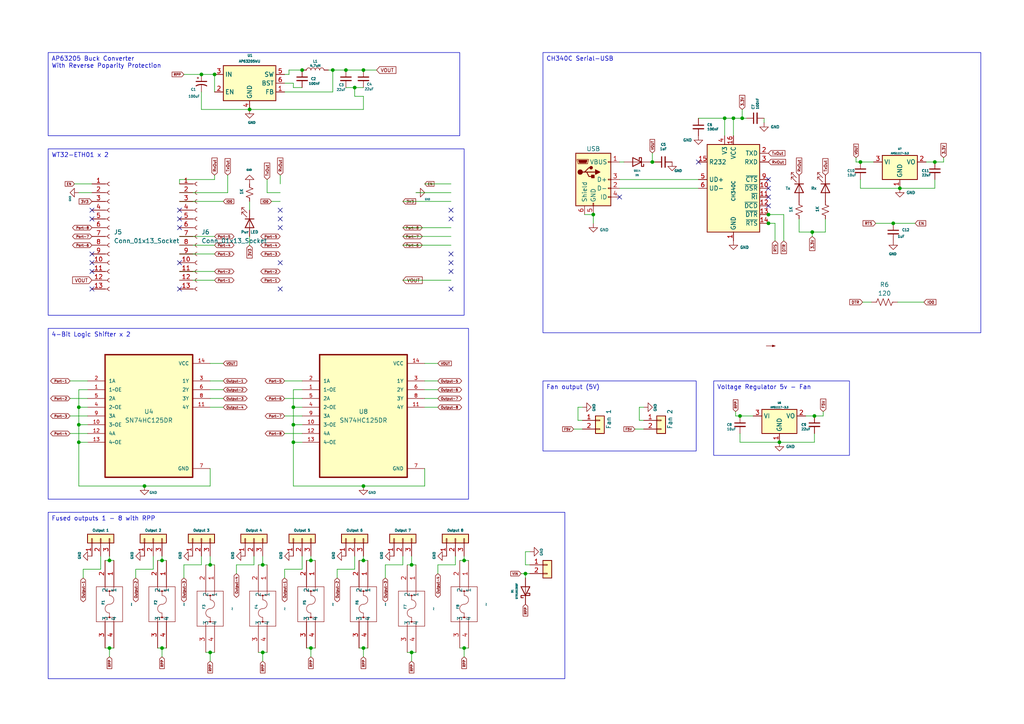
<source format=kicad_sch>
(kicad_sch (version 20230121) (generator eeschema)
  (paper "A4")
  (title_block (title "8-Output WT32-ETH01 Combination Board") (date "2023-10-20") (rev "1") (company "Creative xLights"))
  (lib_symbols
    (symbol "Connector:Conn_01x13_Socket" (pin_names (offset 1.016) hide)
      (property "Reference" "J" (at 0 17.78 0))
      (property "Value" "Conn_01x13_Socket" (at 0 -17.78 0))
      (symbol "Conn_01x13_Socket_1_1"
        (pin passive line (at -5.08 15.24 0) (length 3.81) (name "Pin_1") (number "1"))
        (pin passive line (at -5.08 -7.62 0) (length 3.81) (name "Pin_10") (number "10"))
        (pin passive line (at -5.08 -10.16 0) (length 3.81) (name "Pin_11") (number "11"))
        (pin passive line (at -5.08 -12.7 0) (length 3.81) (name "Pin_12") (number "12"))
        (pin passive line (at -5.08 -15.24 0) (length 3.81) (name "Pin_13") (number "13"))
        (pin passive line (at -5.08 12.7 0) (length 3.81) (name "Pin_2") (number "2"))
        (pin passive line (at -5.08 10.16 0) (length 3.81) (name "Pin_3") (number "3"))
        (pin passive line (at -5.08 7.62 0) (length 3.81) (name "Pin_4") (number "4"))
        (pin passive line (at -5.08 5.08 0) (length 3.81) (name "Pin_5") (number "5"))
        (pin passive line (at -5.08 2.54 0) (length 3.81) (name "Pin_6") (number "6"))
        (pin passive line (at -5.08 0 0) (length 3.81) (name "Pin_7") (number "7"))
        (pin passive line (at -5.08 -2.54 0) (length 3.81) (name "Pin_8") (number "8"))
        (pin passive line (at -5.08 -5.08 0) (length 3.81) (name "Pin_9") (number "9"))
      )
    )
    (symbol "Connector:USB_B_Micro" (pin_names (offset 1.016))
      (property "Reference" "J" (at -5.08 11.43 0))
      (property "Value" "USB_B_Micro" (at -5.08 8.89 0))
      (symbol "USB_B_Micro_1_1"
        (pin power_out line (at 7.62 5.08 180) (length 2.54) (name "VBUS") (number "1"))
        (pin bidirectional line (at 7.62 -2.54 180) (length 2.54) (name "D-") (number "2"))
        (pin bidirectional line (at 7.62 0 180) (length 2.54) (name "D+") (number "3"))
        (pin passive line (at 7.62 -5.08 180) (length 2.54) (name "ID") (number "4"))
        (pin power_out line (at 0 -10.16 90) (length 2.54) (name "GND") (number "5"))
        (pin passive line (at -2.54 -10.16 90) (length 2.54) (name "Shield") (number "6"))
      )
    )
    (symbol "Connector_Generic:Conn_01x02" (pin_names (offset 1.016) hide)
      (property "Reference" "J" (at 0 2.54 0))
      (property "Value" "Conn_01x02" (at 0 -5.08 0))
      (symbol "Conn_01x02_1_1"
        (pin passive line (at -5.08 0 0) (length 3.81) (name "Pin_1") (number "1"))
        (pin passive line (at -5.08 -2.54 0) (length 3.81) (name "Pin_2") (number "2"))
      )
    )
    (symbol "Connector_Generic:Conn_01x03" (pin_names (offset 1.016) hide)
      (property "Reference" "J" (at 0 5.08 0))
      (property "Value" "Conn_01x03" (at 0 -5.08 0))
      (symbol "Conn_01x03_1_1"
        (pin passive line (at -5.08 2.54 0) (length 3.81) (name "Pin_1") (number "1"))
        (pin passive line (at -5.08 0 0) (length 3.81) (name "Pin_2") (number "2"))
        (pin passive line (at -5.08 -2.54 0) (length 3.81) (name "Pin_3") (number "3"))
      )
    )
    (symbol "Device:C_Polarized_Small_US" (pin_numbers hide) (pin_names (offset 0.254) hide)
      (property "Reference" "C" (at 0.254 1.778 0))
      (property "Value" "C_Polarized_Small_US" (at 0.254 -2.032 0))
      (symbol "C_Polarized_Small_US_1_1"
        (pin passive line (at 0 2.54 270) (length 2.032) (name "~") (number "1"))
        (pin passive line (at 0 -2.54 90) (length 2.032) (name "~") (number "2"))
      )
    )
    (symbol "Device:C_Small" (pin_numbers hide) (pin_names (offset 0.254) hide)
      (property "Reference" "C" (at 0.254 1.778 0))
      (property "Value" "C_Small" (at 0.254 -2.032 0))
      (symbol "C_Small_1_1"
        (pin passive line (at 0 2.54 270) (length 2.032) (name "~") (number "1"))
        (pin passive line (at 0 -2.54 90) (length 2.032) (name "~") (number "2"))
      )
    )
    (symbol "Device:L" (pin_numbers hide) (pin_names (offset 1.016) hide)
      (property "Reference" "L" (at -1.27 0 90))
      (property "Value" "L" (at 1.905 0 90))
      (symbol "L_1_1"
        (pin passive line (at 0 3.81 270) (length 1.27) (name "1") (number "1"))
        (pin passive line (at 0 -3.81 90) (length 1.27) (name "2") (number "2"))
      )
    )
    (symbol "Device:LED" (pin_numbers hide) (pin_names (offset 1.016) hide)
      (property "Reference" "D" (at 0 2.54 0))
      (property "Value" "LED" (at 0 -2.54 0))
      (symbol "LED_1_1"
        (pin passive line (at -3.81 0 0) (length 2.54) (name "K") (number "1"))
        (pin passive line (at 3.81 0 180) (length 2.54) (name "A") (number "2"))
      )
    )
    (symbol "Device:R_Small_US" (pin_numbers hide) (pin_names (offset 0.254) hide)
      (property "Reference" "R" (at 0.762 0.508 0))
      (property "Value" "R_Small_US" (at 0.762 -1.016 0))
      (symbol "R_Small_US_1_1"
        (pin passive line (at 0 2.54 270) (length 1.016) (name "~") (number "1"))
        (pin passive line (at 0 -2.54 90) (length 1.016) (name "~") (number "2"))
      )
    )
    (symbol "Device:R_US" (pin_numbers hide) (pin_names (offset 0))
      (property "Reference" "R" (at 2.54 0 90))
      (property "Value" "R_US" (at -2.54 0 90))
      (symbol "R_US_1_1"
        (pin passive line (at 0 3.81 270) (length 1.27) (name "~") (number "1"))
        (pin passive line (at 0 -3.81 90) (length 1.27) (name "~") (number "2"))
      )
    )
    (symbol "Diode:1N5711UR" (pin_numbers hide) (pin_names (offset 1.016) hide)
      (property "Reference" "D" (at 0 2.54 0))
      (property "Value" "1N5711UR" (at 0 -2.54 0))
      (symbol "1N5711UR_1_1"
        (pin passive line (at -3.81 0 0) (length 2.54) (name "K") (number "1"))
        (pin passive line (at 3.81 0 180) (length 2.54) (name "A") (number "2"))
      )
    )
    (symbol "Graphic:SYM_Arrow_Tiny" (in_bom no) (on_board no))
    (symbol "Interface_USB:CH340C"
      (property "Reference" "U" (at -5.08 13.97 0))
      (property "Value" "CH340C" (at 1.27 13.97 0))
      (symbol "CH340C_1_1"
        (pin power_in line (at 0 -15.24 90) (length 2.54) (name "GND") (number "1"))
        (pin input line (at 10.16 0 180) (length 2.54) (name "~{DSR}") (number "10"))
        (pin input line (at 10.16 -2.54 180) (length 2.54) (name "~{RI}") (number "11"))
        (pin input line (at 10.16 -5.08 180) (length 2.54) (name "~{DCD}") (number "12"))
        (pin output line (at 10.16 -7.62 180) (length 2.54) (name "~{DTR}") (number "13"))
        (pin output line (at 10.16 -10.16 180) (length 2.54) (name "~{RTS}") (number "14"))
        (pin input line (at -10.16 7.62 0) (length 2.54) (name "R232") (number "15"))
        (pin power_in line (at 0 15.24 270) (length 2.54) (name "VCC") (number "16"))
        (pin output line (at 10.16 10.16 180) (length 2.54) (name "TXD") (number "2"))
        (pin input line (at 10.16 7.62 180) (length 2.54) (name "RXD") (number "3"))
        (pin passive line (at -2.54 15.24 270) (length 2.54) (name "V3") (number "4"))
        (pin bidirectional line (at -10.16 2.54 0) (length 2.54) (name "UD+") (number "5"))
        (pin bidirectional line (at -10.16 0 0) (length 2.54) (name "UD-") (number "6"))
        (pin no_connect line (at -7.62 -7.62 0) (length 2.54) hide (name "NC") (number "7"))
        (pin no_connect line (at -7.62 -10.16 0) (length 2.54) hide (name "NC") (number "8"))
        (pin input line (at 10.16 2.54 180) (length 2.54) (name "~{CTS}") (number "9"))
      )
    )
    (symbol "Regulator_Linear:AMS1117-3.3"
      (property "Reference" "U" (at -3.81 3.175 0))
      (property "Value" "AMS1117-3.3" (at 0 3.175 0))
      (symbol "AMS1117-3.3_1_1"
        (pin power_in line (at 0 -7.62 90) (length 2.54) (name "GND") (number "1"))
        (pin power_out line (at 7.62 0 180) (length 2.54) (name "VO") (number "2"))
        (pin power_in line (at -7.62 0 0) (length 2.54) (name "VI") (number "3"))
      )
    )
    (symbol "Regulator_Switching:AP63205WU"
      (property "Reference" "U" (at -7.62 6.35 0))
      (property "Value" "AP63205WU" (at 2.54 6.35 0))
      (symbol "AP63205WU_1_1"
        (pin input line (at 10.16 -2.54 180) (length 2.54) (name "FB") (number "1"))
        (pin input line (at -10.16 -2.54 0) (length 2.54) (name "EN") (number "2"))
        (pin power_in line (at -10.16 2.54 0) (length 2.54) (name "IN") (number "3"))
        (pin power_in line (at 0 -7.62 90) (length 2.54) (name "GND") (number "4"))
        (pin output line (at 10.16 2.54 180) (length 2.54) (name "SW") (number "5"))
        (pin passive line (at 10.16 0 180) (length 2.54) (name "BST") (number "6"))
      )
    )
    (symbol "SN74HC125DR:SN74HC125DR" (pin_names (offset 1.016))
      (property "Reference" "U" (at -12.7 18.78 0))
      (property "Value" "SN74HC125DR" (at -12.7 -21.78 0))
      (symbol "SN74HC125DR_0_0"
        (pin input line (at -17.78 7.62 0) (length 5.08) (name "1~OE") (number "1"))
        (pin input line (at -17.78 -2.54 0) (length 5.08) (name "3~OE") (number "10"))
        (pin output line (at 17.78 2.54 180) (length 5.08) (name "4Y") (number "11"))
        (pin input line (at -17.78 -5.08 0) (length 5.08) (name "4A") (number "12"))
        (pin input line (at -17.78 -7.62 0) (length 5.08) (name "4~OE") (number "13"))
        (pin power_in line (at 17.78 15.24 180) (length 5.08) (name "VCC") (number "14"))
        (pin input line (at -17.78 10.16 0) (length 5.08) (name "1A") (number "2"))
        (pin output line (at 17.78 10.16 180) (length 5.08) (name "1Y") (number "3"))
        (pin input line (at -17.78 2.54 0) (length 5.08) (name "2~OE") (number "4"))
        (pin input line (at -17.78 5.08 0) (length 5.08) (name "2A") (number "5"))
        (pin output line (at 17.78 7.62 180) (length 5.08) (name "2Y") (number "6"))
        (pin power_in line (at 17.78 -15.24 180) (length 5.08) (name "GND") (number "7"))
        (pin output line (at 17.78 5.08 180) (length 5.08) (name "3Y") (number "8"))
        (pin input line (at -17.78 0 0) (length 5.08) (name "3A") (number "9"))
      )
    )
    (symbol "WT32-ETH-Fuse-Symb:MCCQ-122" (pin_names (offset 0.254))
      (property "Reference" "F" (at 12.7 7.62 0))
      (property "Value" "MCCQ-122" (at 12.7 5.08 0))
      (symbol "MCCQ-122_0_1"
        (pin unspecified line (at 0 0 0) (length 7.62) (name "1") (number "1"))
        (pin unspecified line (at 0 -2.54 0) (length 7.62) (name "2") (number "2"))
        (pin unspecified line (at 25.4 -2.54 180) (length 7.62) (name "3") (number "3"))
        (pin unspecified line (at 25.4 0 180) (length 7.62) (name "4") (number "4"))
      )
    )
    (symbol "power:GND" (power) (pin_names (offset 0))
      (property "Value" "GND" (at 0 -3.81 0))
      (symbol "GND_1_1"
        (pin power_in line (at 0 0 270) (length 0) hide (name "GND") (number "1"))
      )
    )
  )
  (junction (at 60.96 163.83))
  (junction (at 235.585 67.31))
  (junction (at 31.75 187.96))
  (junction (at 259.08 64.77))
  (junction (at 60.96 189.23))
  (junction (at 22.86 123.19))
  (junction (at 210.185 34.29))
  (junction (at 105.41 162.56))
  (junction (at 222.885 64.77))
  (junction (at 22.86 118.11))
  (junction (at 90.17 187.96))
  (junction (at 105.41 20.32))
  (junction (at 152.4 166.37))
  (junction (at 31.75 162.56))
  (junction (at 96.52 20.32))
  (junction (at 72.39 31.75))
  (junction (at 76.2 163.83))
  (junction (at 189.2035 46.99))
  (junction (at 236.22 120.65))
  (junction (at 46.99 162.56))
  (junction (at 62.23 21.59))
  (junction (at 85.09 128.27))
  (junction (at 249.555 46.99))
  (junction (at 46.99 187.96))
  (junction (at 172.085 62.23))
  (junction (at 85.09 118.11))
  (junction (at 105.41 187.96))
  (junction (at 85.09 123.19))
  (junction (at 41.91 140.97))
  (junction (at 58.42 21.59))
  (junction (at 134.62 187.96))
  (junction (at 90.17 162.56))
  (junction (at 212.725 34.29))
  (junction (at 222.885 62.23))
  (junction (at 87.63 20.32))
  (junction (at 76.2 189.23))
  (junction (at 226.06 128.27))
  (junction (at 215.265 34.29))
  (junction (at 102.87 25.4))
  (junction (at 260.985 54.61))
  (junction (at 105.41 140.97))
  (junction (at 119.38 163.83))
  (junction (at 22.86 128.27))
  (junction (at 119.38 189.23))
  (junction (at 100.33 20.32))
  (junction (at 214.63 120.65))
  (junction (at 134.62 162.56))
  (junction (at 271.145 46.99))
  (no_connect (at 26.67 63.5))
  (no_connect (at 130.81 76.2))
  (no_connect (at 130.81 78.74))
  (no_connect (at 26.67 73.66))
  (no_connect (at 52.07 66.04))
  (no_connect (at 52.07 76.2))
  (no_connect (at 130.81 63.5))
  (no_connect (at 179.705 57.15))
  (no_connect (at 26.67 76.2))
  (no_connect (at 202.565 46.99))
  (no_connect (at 81.28 63.5))
  (no_connect (at 222.885 57.15))
  (no_connect (at 52.07 83.82))
  (no_connect (at 52.07 63.5))
  (no_connect (at 26.67 60.96))
  (no_connect (at 130.81 73.66))
  (no_connect (at 81.28 60.96))
  (no_connect (at 222.885 54.61))
  (no_connect (at 81.28 76.2))
  (no_connect (at 130.81 83.82))
  (no_connect (at 26.67 83.82))
  (no_connect (at 222.885 52.07))
  (no_connect (at 130.81 60.96))
  (no_connect (at 52.07 60.96))
  (no_connect (at 81.28 83.82))
  (no_connect (at 26.67 78.74))
  (no_connect (at 81.28 66.04))
  (no_connect (at 222.885 59.69))
  (wire (pts (xy 77.47 52.07) (xy 77.47 55.88)))
  (wire (pts (xy 82.55 24.13) (xy 85.09 24.13)))
  (wire (pts (xy 123.19 113.03) (xy 127 113.03)))
  (wire (pts (xy 85.09 24.13) (xy 85.09 25.4)))
  (wire (pts (xy 104.14 162.56) (xy 105.41 162.56)))
  (wire (pts (xy 45.72 187.96) (xy 46.99 187.96)))
  (wire (pts (xy 87.63 161.29) (xy 87.63 165.1)))
  (wire (pts (xy 39.37 165.1) (xy 39.37 167.64)))
  (wire (pts (xy 72.39 68.58) (xy 72.39 71.12)))
  (wire (pts (xy 85.09 118.11) (xy 85.09 123.19)))
  (wire (pts (xy 82.55 165.1) (xy 82.55 167.64)))
  (wire (pts (xy 90.17 187.96) (xy 90.17 190.5)))
  (wire (pts (xy 104.14 187.96) (xy 105.41 187.96)))
  (wire (pts (xy 179.705 46.99) (xy 180.975 46.99)))
  (wire (pts (xy 90.17 161.29) (xy 90.17 162.56)))
  (wire (pts (xy 22.86 123.19) (xy 25.4 123.19)))
  (wire (pts (xy 222.885 62.23) (xy 227.33 62.23)))
  (wire (pts (xy 134.62 162.56) (xy 135.89 162.56)))
  (wire (pts (xy 172.085 62.23) (xy 169.545 62.23)))
  (wire (pts (xy 123.19 105.41) (xy 127 105.41)))
  (wire (pts (xy 76.2 189.23) (xy 76.2 191.77)))
  (wire (pts (xy 60.96 110.49) (xy 64.77 110.49)))
  (wire (pts (xy 260.35 87.63) (xy 267.97 87.63)))
  (wire (pts (xy 221.615 34.29) (xy 221.615 35.56)))
  (wire (pts (xy 134.62 187.96) (xy 135.89 187.96)))
  (wire (pts (xy 105.41 187.96) (xy 105.41 190.5)))
  (wire (pts (xy 102.87 25.4) (xy 105.41 25.4)))
  (wire (pts (xy 166.37 124.46) (xy 168.91 124.46)))
  (wire (pts (xy 87.63 165.1) (xy 82.55 165.1)))
  (wire (pts (xy 85.09 123.19) (xy 87.63 123.19)))
  (wire (pts (xy 46.99 187.96) (xy 46.99 190.5)))
  (wire (pts (xy 233.68 120.65) (xy 236.22 120.65)))
  (wire (pts (xy 60.96 135.89) (xy 60.96 140.97)))
  (wire (pts (xy 226.06 128.27) (xy 236.22 128.27)))
  (wire (pts (xy 102.87 165.1) (xy 97.79 165.1)))
  (wire (pts (xy 52.07 55.88) (xy 66.04 55.88)))
  (wire (pts (xy 53.34 163.83) (xy 53.34 167.64)))
  (wire (pts (xy 105.41 20.32) (xy 109.22 20.32)))
  (wire (pts (xy 185.42 121.92) (xy 185.42 118.11)))
  (wire (pts (xy 210.185 34.29) (xy 210.185 39.37)))
  (wire (pts (xy 52.07 81.28) (xy 62.23 81.28)))
  (wire (pts (xy 185.42 121.92) (xy 186.69 121.92)))
  (wire (pts (xy 167.64 118.11) (xy 168.91 118.11)))
  (wire (pts (xy 179.705 52.07) (xy 202.565 52.07)))
  (wire (pts (xy 118.11 189.23) (xy 119.38 189.23)))
  (wire (pts (xy 123.19 135.89) (xy 123.19 140.97)))
  (wire (pts (xy 185.42 118.11) (xy 186.69 118.11)))
  (wire (pts (xy 26.67 55.88) (xy 22.86 55.88)))
  (wire (pts (xy 105.41 162.56) (xy 106.68 162.56)))
  (wire (pts (xy 215.265 34.29) (xy 216.535 34.29)))
  (wire (pts (xy 82.55 115.57) (xy 87.63 115.57)))
  (wire (pts (xy 66.04 50.8) (xy 66.04 55.88)))
  (wire (pts (xy 96.52 20.32) (xy 100.33 20.32)))
  (wire (pts (xy 235.585 67.31) (xy 235.585 68.58)))
  (wire (pts (xy 105.41 161.29) (xy 105.41 162.56)))
  (wire (pts (xy 249.555 46.99) (xy 253.365 46.99)))
  (wire (pts (xy 82.55 125.73) (xy 87.63 125.73)))
  (wire (pts (xy 60.96 118.11) (xy 64.77 118.11)))
  (wire (pts (xy 53.34 21.59) (xy 58.42 21.59)))
  (wire (pts (xy 212.725 39.37) (xy 212.725 34.29)))
  (wire (pts (xy 105.41 140.97) (xy 123.19 140.97)))
  (wire (pts (xy 72.39 31.75) (xy 105.41 31.75)))
  (wire (pts (xy 167.64 121.92) (xy 167.64 118.11)))
  (wire (pts (xy 214.63 128.27) (xy 226.06 128.27)))
  (wire (pts (xy 102.87 161.29) (xy 102.87 165.1)))
  (wire (pts (xy 271.145 46.99) (xy 273.685 46.99)))
  (wire (pts (xy 58.42 26.67) (xy 58.42 31.75)))
  (wire (pts (xy 213.36 119.38) (xy 213.36 120.65)))
  (wire (pts (xy 72.39 58.42) (xy 72.39 60.96)))
  (wire (pts (xy 22.86 128.27) (xy 25.4 128.27)))
  (wire (pts (xy 60.96 189.23) (xy 60.96 191.77)))
  (wire (pts (xy 224.79 64.77) (xy 224.79 69.85)))
  (wire (pts (xy 85.09 128.27) (xy 87.63 128.27)))
  (wire (pts (xy 52.07 68.58) (xy 62.23 68.58)))
  (wire (pts (xy 214.63 120.65) (xy 218.44 120.65)))
  (wire (pts (xy 81.28 50.8) (xy 81.28 53.34)))
  (wire (pts (xy 60.96 105.41) (xy 64.77 105.41)))
  (wire (pts (xy 123.19 115.57) (xy 127 115.57)))
  (wire (pts (xy 22.86 113.03) (xy 22.86 118.11)))
  (wire (pts (xy 227.33 62.23) (xy 227.33 69.85)))
  (wire (pts (xy 133.35 187.96) (xy 134.62 187.96)))
  (wire (pts (xy 260.985 54.61) (xy 271.145 54.61)))
  (wire (pts (xy 119.38 189.23) (xy 119.38 191.77)))
  (wire (pts (xy 152.4 163.83) (xy 153.67 163.83)))
  (wire (pts (xy 85.09 118.11) (xy 87.63 118.11)))
  (wire (pts (xy 74.93 163.83) (xy 76.2 163.83)))
  (wire (pts (xy 127 163.83) (xy 127 166.37)))
  (wire (pts (xy 46.99 162.56) (xy 48.26 162.56)))
  (wire (pts (xy 130.81 55.88) (xy 120.65 55.88)))
  (wire (pts (xy 20.32 110.49) (xy 25.4 110.49)))
  (wire (pts (xy 90.17 187.96) (xy 91.44 187.96)))
  (wire (pts (xy 130.81 53.34) (xy 123.19 53.34)))
  (wire (pts (xy 231.775 63.5) (xy 231.775 67.31)))
  (wire (pts (xy 100.33 25.4) (xy 102.87 25.4)))
  (wire (pts (xy 132.08 161.29) (xy 132.08 163.83)))
  (wire (pts (xy 151.13 166.37) (xy 152.4 166.37)))
  (wire (pts (xy 83.82 21.59) (xy 83.82 20.32)))
  (wire (pts (xy 58.42 163.83) (xy 53.34 163.83)))
  (wire (pts (xy 20.32 120.65) (xy 25.4 120.65)))
  (wire (pts (xy 24.13 165.1) (xy 24.13 167.64)))
  (wire (pts (xy 85.09 113.03) (xy 85.09 118.11)))
  (wire (pts (xy 90.17 162.56) (xy 91.44 162.56)))
  (wire (pts (xy 189.2035 46.99) (xy 189.865 46.99)))
  (wire (pts (xy 152.4 167.64) (xy 152.4 166.37)))
  (wire (pts (xy 102.87 27.94) (xy 105.41 27.94)))
  (wire (pts (xy 62.23 52.07) (xy 62.23 50.8)))
  (wire (pts (xy 76.2 161.29) (xy 76.2 163.83)))
  (wire (pts (xy 30.48 162.56) (xy 31.75 162.56)))
  (wire (pts (xy 82.55 26.67) (xy 96.52 26.67)))
  (wire (pts (xy 82.55 120.65) (xy 87.63 120.65)))
  (wire (pts (xy 87.63 113.03) (xy 85.09 113.03)))
  (wire (pts (xy 152.4 163.83) (xy 152.4 160.02)))
  (wire (pts (xy 119.38 163.83) (xy 120.65 163.83)))
  (wire (pts (xy 68.58 163.83) (xy 68.58 166.37)))
  (wire (pts (xy 105.41 31.75) (xy 105.41 27.94)))
  (wire (pts (xy 85.09 128.27) (xy 85.09 140.97)))
  (wire (pts (xy 235.585 67.31) (xy 239.395 67.31)))
  (wire (pts (xy 82.55 21.59) (xy 83.82 21.59)))
  (wire (pts (xy 271.145 54.61) (xy 271.145 52.07)))
  (wire (pts (xy 95.25 20.32) (xy 96.52 20.32)))
  (wire (pts (xy 123.19 118.11) (xy 127 118.11)))
  (wire (pts (xy 74.93 189.23) (xy 76.2 189.23)))
  (wire (pts (xy 60.96 163.83) (xy 62.23 163.83)))
  (wire (pts (xy 76.2 163.83) (xy 77.47 163.83)))
  (wire (pts (xy 52.07 71.12) (xy 62.23 71.12)))
  (wire (pts (xy 130.81 68.58) (xy 116.84 68.58)))
  (wire (pts (xy 152.4 166.37) (xy 153.67 166.37)))
  (wire (pts (xy 236.22 128.27) (xy 236.22 125.73)))
  (wire (pts (xy 100.33 20.32) (xy 105.41 20.32)))
  (wire (pts (xy 188.595 46.99) (xy 189.2035 46.99)))
  (wire (pts (xy 58.42 21.59) (xy 62.23 21.59)))
  (wire (pts (xy 231.775 67.31) (xy 235.585 67.31)))
  (wire (pts (xy 239.395 67.31) (xy 239.395 63.5)))
  (wire (pts (xy 212.725 34.29) (xy 215.265 34.29)))
  (wire (pts (xy 236.22 120.65) (xy 238.76 120.65)))
  (wire (pts (xy 97.79 165.1) (xy 97.79 167.64)))
  (wire (pts (xy 111.76 163.83) (xy 111.76 167.64)))
  (wire (pts (xy 132.08 163.83) (xy 127 163.83)))
  (wire (pts (xy 31.75 187.96) (xy 33.02 187.96)))
  (wire (pts (xy 82.55 110.49) (xy 87.63 110.49)))
  (wire (pts (xy 44.45 165.1) (xy 39.37 165.1)))
  (wire (pts (xy 29.21 161.29) (xy 29.21 165.1)))
  (wire (pts (xy 59.69 189.23) (xy 60.96 189.23)))
  (wire (pts (xy 52.07 58.42) (xy 64.77 58.42)))
  (wire (pts (xy 222.25 64.77) (xy 222.885 64.77)))
  (wire (pts (xy 249.555 52.07) (xy 249.555 54.61)))
  (wire (pts (xy 268.605 46.99) (xy 271.145 46.99)))
  (wire (pts (xy 167.64 121.92) (xy 168.91 121.92)))
  (wire (pts (xy 85.09 25.4) (xy 87.63 25.4)))
  (wire (pts (xy 31.75 162.56) (xy 33.02 162.56)))
  (wire (pts (xy 215.265 31.75) (xy 215.265 34.29)))
  (wire (pts (xy 213.36 120.65) (xy 214.63 120.65)))
  (wire (pts (xy 52.07 52.07) (xy 52.07 53.34)))
  (wire (pts (xy 214.63 125.73) (xy 214.63 128.27)))
  (wire (pts (xy 76.2 189.23) (xy 77.47 189.23)))
  (wire (pts (xy 273.685 45.72) (xy 273.685 46.99)))
  (wire (pts (xy 20.32 125.73) (xy 25.4 125.73)))
  (wire (pts (xy 45.72 162.56) (xy 46.99 162.56)))
  (wire (pts (xy 78.74 58.42) (xy 81.28 58.42)))
  (wire (pts (xy 52.07 73.66) (xy 62.23 73.66)))
  (wire (pts (xy 46.99 161.29) (xy 46.99 162.56)))
  (wire (pts (xy 60.96 161.29) (xy 60.96 163.83)))
  (wire (pts (xy 85.09 140.97) (xy 105.41 140.97)))
  (wire (pts (xy 119.38 161.29) (xy 119.38 163.83)))
  (wire (pts (xy 60.96 113.03) (xy 64.77 113.03)))
  (wire (pts (xy 58.42 161.29) (xy 58.42 163.83)))
  (wire (pts (xy 41.91 140.97) (xy 22.86 140.97)))
  (wire (pts (xy 130.81 81.28) (xy 116.84 81.28)))
  (wire (pts (xy 88.9 187.96) (xy 90.17 187.96)))
  (wire (pts (xy 254 64.77) (xy 259.08 64.77)))
  (wire (pts (xy 222.885 64.77) (xy 224.79 64.77)))
  (wire (pts (xy 152.4 160.02) (xy 153.67 160.02)))
  (wire (pts (xy 21.59 53.34) (xy 26.67 53.34)))
  (wire (pts (xy 59.69 163.83) (xy 60.96 163.83)))
  (wire (pts (xy 58.42 31.75) (xy 72.39 31.75)))
  (wire (pts (xy 179.705 54.61) (xy 202.565 54.61)))
  (wire (pts (xy 259.08 64.77) (xy 265.43 64.77)))
  (wire (pts (xy 130.81 66.04) (xy 116.84 66.04)))
  (wire (pts (xy 81.28 55.88) (xy 77.47 55.88)))
  (wire (pts (xy 248.285 46.99) (xy 249.555 46.99)))
  (wire (pts (xy 130.81 71.12) (xy 116.84 71.12)))
  (wire (pts (xy 249.555 54.61) (xy 260.985 54.61)))
  (wire (pts (xy 44.45 161.29) (xy 44.45 165.1)))
  (wire (pts (xy 22.86 128.27) (xy 22.86 140.97)))
  (wire (pts (xy 105.41 187.96) (xy 106.68 187.96)))
  (wire (pts (xy 46.99 187.96) (xy 48.26 187.96)))
  (wire (pts (xy 118.11 163.83) (xy 119.38 163.83)))
  (wire (pts (xy 119.38 189.23) (xy 120.65 189.23)))
  (wire (pts (xy 250.19 87.63) (xy 252.73 87.63)))
  (wire (pts (xy 202.565 34.29) (xy 210.185 34.29)))
  (wire (pts (xy 62.23 21.59) (xy 62.23 26.67)))
  (wire (pts (xy 25.4 113.03) (xy 22.86 113.03)))
  (wire (pts (xy 116.84 163.83) (xy 111.76 163.83)))
  (wire (pts (xy 83.82 20.32) (xy 87.63 20.32)))
  (wire (pts (xy 22.86 123.19) (xy 22.86 128.27)))
  (wire (pts (xy 96.52 26.67) (xy 96.52 20.32)))
  (wire (pts (xy 29.21 165.1) (xy 24.13 165.1)))
  (wire (pts (xy 123.19 110.49) (xy 127 110.49)))
  (wire (pts (xy 22.86 118.11) (xy 25.4 118.11)))
  (wire (pts (xy 189.2035 44.3664) (xy 189.2035 46.99)))
  (wire (pts (xy 134.62 187.96) (xy 134.62 190.5)))
  (wire (pts (xy 31.75 161.29) (xy 31.75 162.56)))
  (wire (pts (xy 210.185 34.29) (xy 212.725 34.29)))
  (wire (pts (xy 88.9 162.56) (xy 90.17 162.56)))
  (wire (pts (xy 22.86 118.11) (xy 22.86 123.19)))
  (wire (pts (xy 31.75 187.96) (xy 31.75 190.5)))
  (wire (pts (xy 85.09 123.19) (xy 85.09 128.27)))
  (wire (pts (xy 134.62 161.29) (xy 134.62 162.56)))
  (wire (pts (xy 116.84 161.29) (xy 116.84 163.83)))
  (wire (pts (xy 52.07 52.07) (xy 62.23 52.07)))
  (wire (pts (xy 73.66 161.29) (xy 73.66 163.83)))
  (wire (pts (xy 133.35 162.56) (xy 134.62 162.56)))
  (wire (pts (xy 60.96 189.23) (xy 62.23 189.23)))
  (wire (pts (xy 60.96 115.57) (xy 64.77 115.57)))
  (wire (pts (xy 238.76 119.38) (xy 238.76 120.65)))
  (wire (pts (xy 102.87 27.94) (xy 102.87 25.4)))
  (wire (pts (xy 73.66 163.83) (xy 68.58 163.83)))
  (wire (pts (xy 60.96 140.97) (xy 41.91 140.97)))
  (wire (pts (xy 248.285 45.72) (xy 248.285 46.99)))
  (wire (pts (xy 130.81 58.42) (xy 116.84 58.42)))
  (wire (pts (xy 20.32 115.57) (xy 25.4 115.57)))
  (wire (pts (xy 184.15 124.46) (xy 186.69 124.46)))
  (wire (pts (xy 52.07 78.74) (xy 62.23 78.74)))
  (wire (pts (xy 30.48 187.96) (xy 31.75 187.96)))
  (wire (pts (xy 222.25 62.23) (xy 222.885 62.23)))
  (wire (pts (xy 172.085 64.77) (xy 172.085 62.23)))
  (text_box "AP63205 Buck Converter\nWith Reverse Poparity Protection" (at 13.97 15.24 0) (size 119.38 24.13) (effects (font (size 1.27 1.27)) (justify left top)))
  (text_box "4-Bit Logic Shifter x 2" (at 13.97 95.25 0) (size 121.92 49.53) (effects (font (size 1.27 1.27)) (justify left top)))
  (text_box "Voltage Regulator 5v - Fan" (at 207.01 110.49 0) (size 39.37 21.59) (effects (font (size 1.27 1.27)) (justify left top)))
  (text_box "CH340C Serial-USB" (at 157.48 15.24 0) (size 127 81.28) (effects (font (size 1.27 1.27)) (justify left top)))
  (text_box "WT32-ETH01 x 2" (at 13.97 43.18 0) (size 120.65 48.26) (effects (font (size 1.27 1.27)) (justify left top)))
  (text_box "Fused outputs 1 - 8 with RPP" (at 13.97 148.59 0) (size 149.86 48.26) (effects (font (size 1.27 1.27)) (justify left top)))
  (text_box "Fan output (5V)" (at 157.48 110.49 0) (size 44.45 20.32) (effects (font (size 1.27 1.27)) (justify left top)))
  (global_label "RTS" (shape input) (at 224.79 69.85 270) (effects (font (size 0.8 0.8))) (property "Intersheetrefs" "${INTERSHEET_REFS}" (effects hide)))
  (global_label "Port-8" (shape bidirectional) (at 26.67 66.04 180) (effects (font (size 0.7 0.7))) (property "Intersheetrefs" "${INTERSHEET_REFS}" (effects hide)))
  (global_label "Port-5" (shape bidirectional) (at 62.23 68.58 0) (effects (font (size 0.7 0.7))) (property "Intersheetrefs" "${INTERSHEET_REFS}" (effects hide)))
  (global_label "3V3" (shape input) (at 26.67 58.42 180) (effects (font (size 0.8 0.8))) (property "Intersheetrefs" "${INTERSHEET_REFS}" (effects hide)))
  (global_label "Port-5" (shape bidirectional) (at 81.28 68.58 180) (effects (font (size 0.7 0.7))) (property "Intersheetrefs" "${INTERSHEET_REFS}" (effects hide)))
  (global_label "Port-7" (shape bidirectional) (at 26.67 68.58 180) (effects (font (size 0.7 0.7))) (property "Intersheetrefs" "${INTERSHEET_REFS}" (effects hide)))
  (global_label "Port-6" (shape bidirectional) (at 116.84 71.12 0) (effects (font (size 0.7 0.7))) (property "Intersheetrefs" "${INTERSHEET_REFS}" (effects hide)))
  (global_label "Port-3" (shape bidirectional) (at 20.32 120.65 180) (effects (font (size 0.7 0.7))) (property "Intersheetrefs" "${INTERSHEET_REFS}" (effects hide)))
  (global_label "Port-3" (shape bidirectional) (at 62.23 73.66 0) (effects (font (size 0.7 0.7))) (property "Intersheetrefs" "${INTERSHEET_REFS}" (effects hide)))
  (global_label "Port-6" (shape bidirectional) (at 26.67 71.12 180) (effects (font (size 0.7 0.7))) (property "Intersheetrefs" "${INTERSHEET_REFS}" (effects hide)))
  (global_label "Port-4" (shape bidirectional) (at 20.32 125.73 180) (effects (font (size 0.7 0.7))) (property "Intersheetrefs" "${INTERSHEET_REFS}" (effects hide)))
  (global_label "VOUT" (shape input) (at 116.84 81.28 0) (effects (font (size 1 1))) (property "Intersheetrefs" "${INTERSHEET_REFS}" (effects hide)))
  (global_label "TxOut" (shape input) (at 222.885 44.45 0) (effects (font (size 0.8 0.8))) (property "Intersheetrefs" "${INTERSHEET_REFS}" (effects hide)))
  (global_label "Output-7" (shape bidirectional) (at 127 115.57 0) (effects (font (size 0.7 0.7))) (property "Intersheetrefs" "${INTERSHEET_REFS}" (effects hide)))
  (global_label "F5V" (shape input) (at 238.76 119.38 90) (effects (font (size 0.8 0.8))) (property "Intersheetrefs" "${INTERSHEET_REFS}" (effects hide)))
  (global_label "DTR" (shape input) (at 227.33 69.85 270) (effects (font (size 0.8 0.8))) (property "Intersheetrefs" "${INTERSHEET_REFS}" (effects hide)))
  (global_label "RPP" (shape input) (at 53.34 21.59 180) (effects (font (size 0.7 0.7))) (property "Intersheetrefs" "${INTERSHEET_REFS}" (effects hide)))
  (global_label "Output-5" (shape bidirectional) (at 127 110.49 0) (effects (font (size 0.7 0.7))) (property "Intersheetrefs" "${INTERSHEET_REFS}" (effects hide)))
  (global_label "EN" (shape input) (at 21.59 53.34 180) (effects (font (size 0.7 0.7))) (property "Intersheetrefs" "${INTERSHEET_REFS}" (effects hide)))
  (global_label "Port-2" (shape bidirectional) (at 62.23 78.74 0) (effects (font (size 0.7 0.7))) (property "Intersheetrefs" "${INTERSHEET_REFS}" (effects hide)))
  (global_label "Port-2" (shape bidirectional) (at 20.32 115.57 180) (effects (font (size 0.7 0.7))) (property "Intersheetrefs" "${INTERSHEET_REFS}" (effects hide)))
  (global_label "Output-4" (shape bidirectional) (at 127 166.37 270) (effects (font (size 0.7 0.7))) (property "Intersheetrefs" "${INTERSHEET_REFS}" (effects hide)))
  (global_label "TxOut" (shape input) (at 77.47 52.07 90) (effects (font (size 0.8 0.8))) (property "Intersheetrefs" "${INTERSHEET_REFS}" (effects hide)))
  (global_label "3V3" (shape input) (at 116.84 58.42 0) (effects (font (size 0.8 0.8))) (property "Intersheetrefs" "${INTERSHEET_REFS}" (effects hide)))
  (global_label "Output-1" (shape bidirectional) (at 82.55 167.64 270) (effects (font (size 0.7 0.7))) (property "Intersheetrefs" "${INTERSHEET_REFS}" (effects hide)))
  (global_label "Output-2" (shape bidirectional) (at 39.37 167.64 270) (effects (font (size 0.7 0.7))) (property "Intersheetrefs" "${INTERSHEET_REFS}" (effects hide)))
  (global_label "VOUT" (shape input) (at 26.67 81.28 180) (effects (font (size 1 1))) (property "Intersheetrefs" "${INTERSHEET_REFS}" (effects hide)))
  (global_label "IO0" (shape input) (at 78.74 58.42 180) (effects (font (size 0.7 0.7))) (property "Intersheetrefs" "${INTERSHEET_REFS}" (effects hide)))
  (global_label "RTS" (shape input) (at 254 64.77 180) (effects (font (size 0.8 0.8))) (property "Intersheetrefs" "${INTERSHEET_REFS}" (effects hide)))
  (global_label "RPP" (shape input) (at 105.41 190.5 270) (effects (font (size 0.7 0.7))) (property "Intersheetrefs" "${INTERSHEET_REFS}" (effects hide)))
  (global_label "Output-3" (shape bidirectional) (at 111.76 167.64 270) (effects (font (size 0.7 0.7))) (property "Intersheetrefs" "${INTERSHEET_REFS}" (effects hide)))
  (global_label "3V3" (shape input) (at 72.39 71.12 270) (effects (font (size 0.8 0.8))) (property "Intersheetrefs" "${INTERSHEET_REFS}" (effects hide)))
  (global_label "VOUT" (shape input) (at 248.285 45.72 90) (effects (font (size 0.7 0.7))) (property "Intersheetrefs" "${INTERSHEET_REFS}" (effects hide)))
  (global_label "Output-6" (shape bidirectional) (at 127 113.03 0) (effects (font (size 0.7 0.7))) (property "Intersheetrefs" "${INTERSHEET_REFS}" (effects hide)))
  (global_label "Port-7" (shape bidirectional) (at 116.84 68.58 0) (effects (font (size 0.7 0.7))) (property "Intersheetrefs" "${INTERSHEET_REFS}" (effects hide)))
  (global_label "IO0" (shape input) (at 267.97 87.63 0) (effects (font (size 0.8 0.8))) (property "Intersheetrefs" "${INTERSHEET_REFS}" (effects hide)))
  (global_label "RPP" (shape input) (at 31.75 190.5 270) (effects (font (size 0.7 0.7))) (property "Intersheetrefs" "${INTERSHEET_REFS}" (effects hide)))
  (global_label "Output-3" (shape bidirectional) (at 53.34 167.64 270) (effects (font (size 0.7 0.7))) (property "Intersheetrefs" "${INTERSHEET_REFS}" (effects hide)))
  (global_label "Port-7" (shape bidirectional) (at 82.55 120.65 180) (effects (font (size 0.7 0.7))) (property "Intersheetrefs" "${INTERSHEET_REFS}" (effects hide)))
  (global_label "VOUT" (shape input) (at 189.2035 44.3664 90) (effects (font (size 0.7 0.7))) (property "Intersheetrefs" "${INTERSHEET_REFS}" (effects hide)))
  (global_label "RPP" (shape input) (at 60.96 191.77 270) (effects (font (size 0.7 0.7))) (property "Intersheetrefs" "${INTERSHEET_REFS}" (effects hide)))
  (global_label "TxOut" (shape input) (at 239.395 50.8 90) (effects (font (size 0.8 0.8))) (property "Intersheetrefs" "${INTERSHEET_REFS}" (effects hide)))
  (global_label "Port-4" (shape bidirectional) (at 81.28 71.12 180) (effects (font (size 0.7 0.7))) (property "Intersheetrefs" "${INTERSHEET_REFS}" (effects hide)))
  (global_label "RPP" (shape input) (at 119.38 191.77 270) (effects (font (size 0.7 0.7))) (property "Intersheetrefs" "${INTERSHEET_REFS}" (effects hide)))
  (global_label "VIN" (shape input) (at 151.13 166.37 180) (effects (font (size 0.7 0.7))) (property "Intersheetrefs" "${INTERSHEET_REFS}" (effects hide)))
  (global_label "RxOut" (shape input) (at 231.775 50.8 90) (effects (font (size 0.8 0.8))) (property "Intersheetrefs" "${INTERSHEET_REFS}" (effects hide)))
  (global_label "TxOut" (shape input) (at 66.04 50.8 90) (effects (font (size 0.8 0.8))) (property "Intersheetrefs" "${INTERSHEET_REFS}" (effects hide)))
  (global_label "RPP" (shape input) (at 76.2 191.77 270) (effects (font (size 0.7 0.7))) (property "Intersheetrefs" "${INTERSHEET_REFS}" (effects hide)))
  (global_label "VOUT" (shape input) (at 127 105.41 0) (effects (font (size 0.7 0.7))) (property "Intersheetrefs" "${INTERSHEET_REFS}" (effects hide)))
  (global_label "Port-4" (shape bidirectional) (at 62.23 71.12 0) (effects (font (size 0.7 0.7))) (property "Intersheetrefs" "${INTERSHEET_REFS}" (effects hide)))
  (global_label "Output-1" (shape bidirectional) (at 64.77 110.49 0) (effects (font (size 0.7 0.7))) (property "Intersheetrefs" "${INTERSHEET_REFS}" (effects hide)))
  (global_label "Port-8" (shape bidirectional) (at 116.84 66.04 0) (effects (font (size 0.7 0.7))) (property "Intersheetrefs" "${INTERSHEET_REFS}" (effects hide)))
  (global_label "EN" (shape input) (at 123.19 53.34 0) (effects (font (size 0.7 0.7))) (property "Intersheetrefs" "${INTERSHEET_REFS}" (effects hide)))
  (global_label "RPP" (shape input) (at 90.17 190.5 270) (effects (font (size 0.7 0.7))) (property "Intersheetrefs" "${INTERSHEET_REFS}" (effects hide)))
  (global_label "Output-4" (shape bidirectional) (at 64.77 118.11 0) (effects (font (size 0.7 0.7))) (property "Intersheetrefs" "${INTERSHEET_REFS}" (effects hide)))
  (global_label "VOUT" (shape input) (at 64.77 105.41 0) (effects (font (size 0.7 0.7))) (property "Intersheetrefs" "${INTERSHEET_REFS}" (effects hide)))
  (global_label "Port-2" (shape bidirectional) (at 81.28 78.74 180) (effects (font (size 0.7 0.7))) (property "Intersheetrefs" "${INTERSHEET_REFS}" (effects hide)))
  (global_label "Output-8" (shape bidirectional) (at 127 118.11 0) (effects (font (size 0.7 0.7))) (property "Intersheetrefs" "${INTERSHEET_REFS}" (effects hide)))
  (global_label "RPP" (shape input) (at 134.62 190.5 270) (effects (font (size 0.7 0.7))) (property "Intersheetrefs" "${INTERSHEET_REFS}" (effects hide)))
  (global_label "Port-1" (shape bidirectional) (at 20.32 110.49 180) (effects (font (size 0.7 0.7))) (property "Intersheetrefs" "${INTERSHEET_REFS}" (effects hide)))
  (global_label "Port-3" (shape bidirectional) (at 81.28 73.66 180) (effects (font (size 0.7 0.7))) (property "Intersheetrefs" "${INTERSHEET_REFS}" (effects hide)))
  (global_label "Output-2" (shape bidirectional) (at 97.79 167.64 270) (effects (font (size 0.7 0.7))) (property "Intersheetrefs" "${INTERSHEET_REFS}" (effects hide)))
  (global_label "Port-6" (shape bidirectional) (at 82.55 115.57 180) (effects (font (size 0.7 0.7))) (property "Intersheetrefs" "${INTERSHEET_REFS}" (effects hide)))
  (global_label "RPP" (shape input) (at 213.36 119.38 90) (effects (font (size 0.7 0.7))) (property "Intersheetrefs" "${INTERSHEET_REFS}" (effects hide)))
  (global_label "Output-2" (shape bidirectional) (at 64.77 113.03 0) (effects (font (size 0.7 0.7))) (property "Intersheetrefs" "${INTERSHEET_REFS}" (effects hide)))
  (global_label "RPP" (shape input) (at 46.99 190.5 270) (effects (font (size 0.7 0.7))) (property "Intersheetrefs" "${INTERSHEET_REFS}" (effects hide)))
  (global_label "Output-1" (shape bidirectional) (at 24.13 167.64 270) (effects (font (size 0.7 0.7))) (property "Intersheetrefs" "${INTERSHEET_REFS}" (effects hide)))
  (global_label "EN" (shape input) (at 265.43 64.77 0) (effects (font (size 0.8 0.8))) (property "Intersheetrefs" "${INTERSHEET_REFS}" (effects hide)))
  (global_label "Output-4" (shape bidirectional) (at 68.58 166.37 270) (effects (font (size 0.7 0.7))) (property "Intersheetrefs" "${INTERSHEET_REFS}" (effects hide)))
  (global_label "RxOut" (shape input) (at 81.28 50.8 90) (effects (font (size 0.8 0.8))) (property "Intersheetrefs" "${INTERSHEET_REFS}" (effects hide)))
  (global_label "RxOut" (shape input) (at 222.885 46.99 0) (effects (font (size 0.8 0.8))) (property "Intersheetrefs" "${INTERSHEET_REFS}" (effects hide)))
  (global_label "RPP" (shape input) (at 152.4 175.26 270) (effects (font (size 0.7 0.7))) (property "Intersheetrefs" "${INTERSHEET_REFS}" (effects hide)))
  (global_label "F5V" (shape input) (at 184.15 124.46 180) (effects (font (size 0.7 0.7))) (property "Intersheetrefs" "${INTERSHEET_REFS}" (effects hide)))
  (global_label "Port-8" (shape bidirectional) (at 82.55 125.73 180) (effects (font (size 0.7 0.7))) (property "Intersheetrefs" "${INTERSHEET_REFS}" (effects hide)))
  (global_label "Port-5" (shape bidirectional) (at 82.55 110.49 180) (effects (font (size 0.7 0.7))) (property "Intersheetrefs" "${INTERSHEET_REFS}" (effects hide)))
  (global_label "Port-1" (shape bidirectional) (at 81.28 81.28 180) (effects (font (size 0.7 0.7))) (property "Intersheetrefs" "${INTERSHEET_REFS}" (effects hide)))
  (global_label "IO0" (shape input) (at 64.77 58.42 0) (effects (font (size 0.7 0.7))) (property "Intersheetrefs" "${INTERSHEET_REFS}" (effects hide)))
  (global_label "VOUT" (shape input) (at 109.22 20.32 0) (effects (font (size 1 1))) (property "Intersheetrefs" "${INTERSHEET_REFS}" (effects hide)))
  (global_label "3.3V" (shape input) (at 215.265 31.75 90) (effects (font (size 0.8 0.8))) (property "Intersheetrefs" "${INTERSHEET_REFS}" (effects hide)))
  (global_label "3.3V" (shape input) (at 235.585 68.58 270) (effects (font (size 0.8 0.8))) (property "Intersheetrefs" "${INTERSHEET_REFS}" (effects hide)))
  (global_label "Port-1" (shape bidirectional) (at 62.23 81.28 0) (effects (font (size 0.7 0.7))) (property "Intersheetrefs" "${INTERSHEET_REFS}" (effects hide)))
  (global_label "F5V" (shape input) (at 166.37 124.46 180) (effects (font (size 0.7 0.7))) (property "Intersheetrefs" "${INTERSHEET_REFS}" (effects hide)))
  (global_label "DTR" (shape input) (at 250.19 87.63 180) (effects (font (size 0.8 0.8))) (property "Intersheetrefs" "${INTERSHEET_REFS}" (effects hide)))
  (global_label "3.3V" (shape input) (at 273.685 45.72 90) (effects (font (size 0.8 0.8))) (property "Intersheetrefs" "${INTERSHEET_REFS}" (effects hide)))
  (global_label "Output-3" (shape bidirectional) (at 64.77 115.57 0) (effects (font (size 0.7 0.7))) (property "Intersheetrefs" "${INTERSHEET_REFS}" (effects hide)))
  (global_label "RxOut" (shape input) (at 62.23 50.8 90) (effects (font (size 0.8 0.8))) (property "Intersheetrefs" "${INTERSHEET_REFS}" (effects hide)))
  (symbol (lib_id "Regulator_Linear:AMS1117-3.3") (at 260.985 46.99 0) (unit 1)
    (property "Reference" "U7" (at 260.985 43.18 0) (effects (font (size 0.5 0.5))))
    (property "Value" "AMS1117-3.3" (at 260.985 44.45 0) (effects (font (size 0.5 0.5))))
    (property "Footprint" "Package_TO_SOT_SMD:SOT-223-3_TabPin2" (effects hide))
    (property "Datasheet" "http://www.advanced-monolithic.com/pdf/ds1117.pdf" (effects hide))
  )
  (symbol (lib_id "WT32-ETH-Fuse-Symb:MCCQ-122") (at 120.65 163.83 270) (unit 1)
    (property "Reference" "F7" (at 117.56 175.9854 0) (effects (font (size 0.7 0.7))))
    (property "Value" "~" (at 125.73 176.53 0) (effects (font (size 1.524 1.524))))
    (property "Footprint" "WT32-ETH-Fuse-Holder:MCCQ-122_MTC" (effects hide))
    (property "Datasheet" "MCCQ-122" (effects hide))
  )
  (symbol (lib_id "Device:C_Small") (at 271.145 49.53 0) (unit 1)
    (property "Reference" "C11" (at 267.335 49.53 0) (effects (font (size 0.7 0.7)) (justify left)))
    (property "Value" "22uF" (at 267.335 50.8 0) (effects (font (size 0.7 0.7)) (justify left)))
    (property "Footprint" "Capacitor_SMD:C_0805_2012Metric_Pad1.18x1.45mm_HandSolder" (effects hide))
  )
  (symbol (lib_id "Diode:1N5711UR") (at 152.4 171.45 90) (unit 1)
    (property "Reference" "D1" (at 148.59 171.45 0) (effects (font (size 0.5 0.5))))
    (property "Value" "STR10100BF" (at 149.86 171.45 0) (effects (font (size 0.5 0.5))))
    (property "Footprint" "Diode_SMD:D_SMB_Handsoldering" (effects hide))
    (property "Datasheet" "https://www.microsemi.com/document-portal/doc_download/131890-lds-0040-1-datasheet" (effects hide))
  )
  (symbol (lib_id "power:GND") (at 85.09 161.29 270) (unit 1)
    (property "Reference" "#PWR022" (effects hide))
    (property "Value" "GND" (at 81.4827 162.239 0) (effects (font (size 0.7 0.7)) (justify right)))
  )
  (symbol (lib_id "Connector:USB_B_Micro") (at 172.085 52.07 0) (unit 1)
    (property "Reference" "J2" (effects hide))
    (property "Value" "USB" (at 172.085 43.18 0))
    (property "Footprint" "MicroUSB:USB_Micro-B_Unknown_5s_SMT" (effects hide))
  )
  (symbol (lib_id "Interface_USB:CH340C") (at 212.725 54.61 0) (unit 1)
    (property "Reference" "U5" (effects hide))
    (property "Value" "CH340C" (at 212.725 58.42 90) (effects (font (size 1 1)) (justify left)))
    (property "Footprint" "Package_SO:SOP-16_3.9x9.9mm_P1.27mm" (effects hide))
    (property "Datasheet" "https://datasheet.lcsc.com/szlcsc/Jiangsu-Qin-Heng-CH340C_C84681.pdf" (effects hide))
  )
  (symbol (lib_id "Connector_Generic:Conn_01x03") (at 116.84 156.21 90) (unit 1)
    (property "Reference" "JST7" (effects hide))
    (property "Value" "Output 7" (at 119.2057 153.8221 90) (effects (font (size 0.7 0.7)) (justify left)))
    (property "Footprint" "TerminalBlock_Phoenix:TerminalBlock_Phoenix_MKDS-1,5-3-5.08_1x03_P5.08mm_Horizontal" (effects hide))
  )
  (symbol (lib_id "power:GND") (at 72.39 31.75 0) (unit 1)
    (property "Reference" "#PWR01" (effects hide))
    (property "Value" "GND" (at 73.025 35.56 0) (effects (font (size 0.7 0.7))))
  )
  (symbol (lib_id "power:GND") (at 259.08 69.85 0) (unit 1)
    (property "Reference" "#PWR07" (effects hide))
    (property "Value" "GND" (at 257.81 73.66 0) (effects (font (size 0.7 0.7)) (justify left)))
  )
  (symbol (lib_id "power:GND") (at 194.945 46.99 0) (unit 1)
    (property "Reference" "#PWR012" (effects hide))
    (property "Value" "GND" (at 195.58 49.53 0) (effects (font (size 0.7 0.7)) (justify left)))
  )
  (symbol (lib_id "Regulator_Linear:AMS1117-3.3") (at 226.06 120.65 0) (unit 1)
    (property "Reference" "U6" (at 226.06 116.84 0) (effects (font (size 0.5 0.5))))
    (property "Value" "AMS1117-3.3" (at 226.06 118.11 0) (effects (font (size 0.5 0.5))))
    (property "Footprint" "Package_TO_SOT_SMD:SOT-223-3_TabPin2" (effects hide))
    (property "Datasheet" "http://www.advanced-monolithic.com/pdf/ds1117.pdf" (effects hide))
  )
  (symbol (lib_id "power:GND") (at 114.3 161.29 270) (unit 1)
    (property "Reference" "#PWR024" (effects hide))
    (property "Value" "GND" (at 110.6927 162.239 0) (effects (font (size 0.7 0.7)) (justify right)))
  )
  (symbol (lib_id "Device:C_Small") (at 192.405 46.99 90) (unit 1)
    (property "Reference" "C5" (at 192.4113 41.91 90) (effects (font (size 0.7 0.7))))
    (property "Value" "1uF" (at 192.4113 43.18 90) (effects (font (size 0.7 0.7))))
    (property "Footprint" "Capacitor_SMD:C_0805_2012Metric_Pad1.18x1.45mm_HandSolder" (effects hide))
  )
  (symbol (lib_id "Device:C_Small") (at 87.63 22.86 0) (unit 1)
    (property "Reference" "C2" (at 90.17 22.86 0) (effects (font (size 0.7 0.7)) (justify left)))
    (property "Value" "100nF" (at 89.5102 24.2347 0) (effects (font (size 0.7 0.7)) (justify left)))
    (property "Footprint" "Capacitor_SMD:C_0805_2012Metric_Pad1.18x1.45mm_HandSolder" (effects hide))
  )
  (symbol (lib_id "Device:C_Small") (at 249.555 49.53 0) (unit 1)
    (property "Reference" "C10" (at 245.745 49.53 0) (effects (font (size 0.7 0.7)) (justify left)))
    (property "Value" "10uF" (at 245.745 50.8 0) (effects (font (size 0.7 0.7)) (justify left)))
    (property "Footprint" "Capacitor_SMD:C_0805_2012Metric_Pad1.18x1.45mm_HandSolder" (effects hide))
  )
  (symbol (lib_id "Connector_Generic:Conn_01x03") (at 132.08 156.21 90) (unit 1)
    (property "Reference" "JST8" (effects hide))
    (property "Value" "Output 8" (at 134.4457 153.8221 90) (effects (font (size 0.7 0.7)) (justify left)))
    (property "Footprint" "TerminalBlock_Phoenix:TerminalBlock_Phoenix_MKDS-1,5-3-5.08_1x03_P5.08mm_Horizontal" (effects hide))
  )
  (symbol (lib_id "Connector_Generic:Conn_01x02") (at 173.99 121.92 0) (unit 1)
    (property "Reference" "J3" (effects hide))
    (property "Value" "Fan 1" (at 176.53 124.46 90) (effects (justify left)))
    (property "Footprint" "Connector_JST:JST_XH_B2B-XH-A_1x02_P2.50mm_Vertical" (effects hide))
  )
  (symbol (lib_id "Device:C_Small") (at 202.565 36.83 0) (unit 1)
    (property "Reference" "C6" (at 205.105 36.2013 0) (effects (font (size 0.7 0.7)) (justify left)))
    (property "Value" "100nF" (at 205.105 37.4713 0) (effects (font (size 0.7 0.7)) (justify left)))
    (property "Footprint" "Capacitor_SMD:C_0805_2012Metric_Pad1.18x1.45mm_HandSolder" (effects hide))
  )
  (symbol (lib_id "Connector_Generic:Conn_01x03") (at 73.66 156.21 90) (unit 1)
    (property "Reference" "JST4" (effects hide))
    (property "Value" "Output 4" (at 76.0257 153.8221 90) (effects (font (size 0.7 0.7)) (justify left)))
    (property "Footprint" "TerminalBlock_Phoenix:TerminalBlock_Phoenix_MKDS-1,5-3-5.08_1x03_P5.08mm_Horizontal" (effects hide))
  )
  (symbol (lib_id "power:GND") (at 100.33 161.29 270) (unit 1)
    (property "Reference" "#PWR023" (effects hide))
    (property "Value" "GND" (at 96.7227 162.239 0) (effects (font (size 0.7 0.7)) (justify right)))
  )
  (symbol (lib_id "Diode:1N5711UR") (at 184.785 46.99 180) (unit 1)
    (property "Reference" "D5" (at 184.785 50.8 0) (effects (font (size 0.5 0.5))))
    (property "Value" "SS14" (at 184.785 49.53 0) (effects (font (size 0.5 0.5))))
    (property "Footprint" "Diode_SMD:D_SOD-323_HandSoldering" (effects hide))
    (property "Datasheet" "https://www.microsemi.com/document-portal/doc_download/131890-lds-0040-1-datasheet" (effects hide))
  )
  (symbol (lib_id "Device:C_Small") (at 259.08 67.31 0) (unit 1)
    (property "Reference" "C12" (at 261.62 66.6813 0) (effects (font (size 0.7 0.7)) (justify left)))
    (property "Value" "1uF" (at 260.35 68.58 0) (effects (font (size 0.7 0.7)) (justify left)))
    (property "Footprint" "Capacitor_SMD:C_0805_2012Metric_Pad1.18x1.45mm_HandSolder" (effects hide))
  )
  (symbol (lib_id "Connector_Generic:Conn_01x03") (at 29.21 156.21 90) (unit 1)
    (property "Reference" "JST1" (effects hide))
    (property "Value" "Output 1" (at 31.5757 153.8221 90) (effects (font (size 0.7 0.7)) (justify left)))
    (property "Footprint" "TerminalBlock_Phoenix:TerminalBlock_Phoenix_MKDS-1,5-3-5.08_1x03_P5.08mm_Horizontal" (effects hide))
  )
  (symbol (lib_id "power:GND") (at 22.86 55.88 270) (unit 1)
    (property "Reference" "#PWR02" (effects hide))
    (property "Value" "GND" (at 20.32 58.42 0) (effects (font (size 0.5 0.5)) (justify right)))
  )
  (symbol (lib_id "Connector_Generic:Conn_01x02") (at 158.75 163.83 0) (unit 1)
    (property "Reference" "J1" (effects hide))
    (property "Value" "4.5-28V Power Input" (effects hide))
    (property "Footprint" "SamacSys_Parts:1714955" (effects hide))
  )
  (symbol (lib_id "Device:C_Small") (at 100.33 22.86 0) (unit 1)
    (property "Reference" "C3" (at 98.2677 24.63 0) (effects (font (size 0.7 0.7)) (justify left)))
    (property "Value" "22uF" (at 97.6079 26.0047 0) (effects (font (size 0.7 0.7)) (justify left)))
    (property "Footprint" "Capacitor_SMD:C_0805_2012Metric_Pad1.18x1.45mm_HandSolder" (effects hide))
  )
  (symbol (lib_id "WT32-ETH-Fuse-Symb:MCCQ-122") (at 62.23 163.83 270) (unit 1)
    (property "Reference" "F3" (at 59.14 175.9854 0) (effects (font (size 0.7 0.7))))
    (property "Value" "~" (at 67.31 176.53 0) (effects (font (size 1.524 1.524))))
    (property "Footprint" "WT32-ETH-Fuse-Holder:MCCQ-122_MTC" (effects hide))
    (property "Datasheet" "MCCQ-122" (effects hide))
  )
  (symbol (lib_id "SN74HC125DR:SN74HC125DR") (at 105.41 120.65 0) (unit 1)
    (property "Reference" "U8" (at 105.41 119.38 0))
    (property "Value" "SN74HC125DR" (at 105.41 121.92 0))
    (property "Footprint" "SN74HC125DR:SOIC127P600X175-14N" (effects hide))
    (property "MF" "Texas Instruments" (effects hide))
    (property "Description" "\n4-ch, 2-V to 6-V buffers with 3-state outputs\n" (effects hide))
    (property "Package" "SOIC-14 Texas Instruments" (effects hide))
    (property "Price" "None" (effects hide))
    (property "SnapEDA_Link" "https://www.snapeda.com/parts/SN74HC125DR/Texas+Instruments/view-part/?ref=snap" (effects hide))
    (property "MP" "SN74HC125DR" (effects hide))
    (property "Purchase-URL" "https://www.snapeda.com/api/url_track_click_mouser/?unipart_id=361930&manufacturer=Texas Instruments&part_name=SN74HC125DR&search_term=sn74hc125" (effects hide))
    (property "Availability" "In Stock" (effects hide))
    (property "Check_prices" "https://www.snapeda.com/parts/SN74HC125DR/Texas+Instruments/view-part/?ref=eda" (effects hide))
  )
  (symbol (lib_id "power:GND") (at 41.91 161.29 270) (unit 1)
    (property "Reference" "#PWR03" (effects hide))
    (property "Value" "GND" (at 38.3027 162.239 0) (effects (font (size 0.7 0.7)) (justify right)))
  )
  (symbol (lib_id "Device:L") (at 91.44 20.32 90) (unit 1)
    (property "Reference" "L1" (at 91.44 17.78 90) (effects (font (size 0.7 0.7))))
    (property "Value" "4.7uH" (at 91.44 19.05 90) (effects (font (size 0.7 0.7))))
    (property "Footprint" "Inductor_SMD:L_Taiyo-Yuden_MD-5050" (effects hide))
  )
  (symbol (lib_id "Device:C_Small") (at 219.075 34.29 90) (unit 1)
    (property "Reference" "C7" (at 218.4463 31.75 0) (effects (font (size 0.7 0.7)) (justify left)))
    (property "Value" "100nF" (at 219.7163 31.75 0) (effects (font (size 0.7 0.7)) (justify left)))
    (property "Footprint" "Capacitor_SMD:C_0805_2012Metric_Pad1.18x1.45mm_HandSolder" (effects hide))
  )
  (symbol (lib_id "SN74HC125DR:SN74HC125DR") (at 43.18 120.65 0) (unit 1)
    (property "Reference" "U4" (at 43.18 119.38 0))
    (property "Value" "SN74HC125DR" (at 43.18 121.92 0))
    (property "Footprint" "SN74HC125DR:SOIC127P600X175-14N" (effects hide))
    (property "MF" "Texas Instruments" (effects hide))
    (property "Description" "\n4-ch, 2-V to 6-V buffers with 3-state outputs\n" (effects hide))
    (property "Package" "SOIC-14 Texas Instruments" (effects hide))
    (property "Price" "None" (effects hide))
    (property "SnapEDA_Link" "https://www.snapeda.com/parts/SN74HC125DR/Texas+Instruments/view-part/?ref=snap" (effects hide))
    (property "MP" "SN74HC125DR" (effects hide))
    (property "Purchase-URL" "https://www.snapeda.com/api/url_track_click_mouser/?unipart_id=361930&manufacturer=Texas Instruments&part_name=SN74HC125DR&search_term=sn74hc125" (effects hide))
    (property "Availability" "In Stock" (effects hide))
    (property "Check_prices" "https://www.snapeda.com/parts/SN74HC125DR/Texas+Instruments/view-part/?ref=eda" (effects hide))
  )
  (symbol (lib_id "power:GND") (at 212.725 69.85 0) (unit 1)
    (property "Reference" "#PWR014" (effects hide))
    (property "Value" "GND" (at 214.63 71.755 0) (effects (font (size 0.8 0.8)) (justify left)))
  )
  (symbol (lib_id "Device:C_Small") (at 105.41 22.86 0) (unit 1)
    (property "Reference" "C4" (at 106.3944 24.4457 0) (effects (font (size 0.7 0.7)) (justify left)))
    (property "Value" "22uF" (at 105.7346 25.8204 0) (effects (font (size 0.7 0.7)) (justify left)))
    (property "Footprint" "Capacitor_SMD:C_0805_2012Metric_Pad1.18x1.45mm_HandSolder" (effects hide))
  )
  (symbol (lib_id "Connector_Generic:Conn_01x03") (at 102.87 156.21 90) (unit 1)
    (property "Reference" "JST6" (effects hide))
    (property "Value" "Output 6" (at 105.2357 153.8221 90) (effects (font (size 0.7 0.7)) (justify left)))
    (property "Footprint" "TerminalBlock_Phoenix:TerminalBlock_Phoenix_MKDS-1,5-3-5.08_1x03_P5.08mm_Horizontal" (effects hide))
  )
  (symbol (lib_id "Device:LED") (at 72.39 64.77 270) (unit 1)
    (property "Reference" "D2" (effects hide))
    (property "Value" "Pwr LED" (at 74.93 67.31 90) (effects (font (size 0.8 0.8)) (justify right)))
    (property "Footprint" "LED_SMD:LED_0805_2012Metric_Pad1.15x1.40mm_HandSolder" (effects hide))
  )
  (symbol (lib_id "Device:C_Small") (at 214.63 123.19 0) (unit 1)
    (property "Reference" "C8" (at 210.82 123.19 0) (effects (font (size 0.7 0.7)) (justify left)))
    (property "Value" "10uF" (at 210.82 124.46 0) (effects (font (size 0.7 0.7)) (justify left)))
    (property "Footprint" "Capacitor_SMD:C_0805_2012Metric_Pad1.18x1.45mm_HandSolder" (effects hide))
  )
  (symbol (lib_id "power:GND") (at 41.91 140.97 0) (unit 1)
    (property "Reference" "#PWR010" (effects hide))
    (property "Value" "GND" (at 44.45 142.875 0) (effects (font (size 0.7 0.7))))
  )
  (symbol (lib_id "WT32-ETH-Fuse-Symb:MCCQ-122") (at 48.26 162.56 270) (unit 1)
    (property "Reference" "F2" (at 45.17 174.7154 0) (effects (font (size 0.7 0.7))))
    (property "Value" "~" (at 53.34 175.26 0) (effects (font (size 1.524 1.524))))
    (property "Footprint" "WT32-ETH-Fuse-Holder:MCCQ-122_MTC" (effects hide))
    (property "Datasheet" "MCCQ-122" (effects hide))
  )
  (symbol (lib_id "power:GND") (at 72.39 53.34 0) (mirror x) (unit 1)
    (property "Reference" "#PWR04" (effects hide))
    (property "Value" "GND" (at 73.0769 49.2851 0) (effects (font (size 0.5 0.5)) (justify right)))
  )
  (symbol (lib_id "Device:R_Small_US") (at 72.39 55.88 0) (unit 1)
    (property "Reference" "R1" (effects hide))
    (property "Value" "1K" (at 70.0735 55.5602 90) (effects (font (size 0.8 0.8))))
    (property "Footprint" "Resistor_SMD:R_0805_2012Metric_Pad1.20x1.40mm_HandSolder" (effects hide))
  )
  (symbol (lib_id "WT32-ETH-Fuse-Symb:MCCQ-122") (at 91.44 162.56 270) (unit 1)
    (property "Reference" "F5" (at 88.35 174.7154 0) (effects (font (size 0.7 0.7))))
    (property "Value" "~" (at 96.52 175.26 0) (effects (font (size 1.524 1.524))))
    (property "Footprint" "WT32-ETH-Fuse-Holder:MCCQ-122_MTC" (effects hide))
    (property "Datasheet" "MCCQ-122" (effects hide))
  )
  (symbol (lib_id "WT32-ETH-Fuse-Symb:MCCQ-122") (at 106.68 162.56 270) (unit 1)
    (property "Reference" "F6" (at 103.59 174.7154 0) (effects (font (size 0.7 0.7))))
    (property "Value" "~" (at 111.76 175.26 0) (effects (font (size 1.524 1.524))))
    (property "Footprint" "WT32-ETH-Fuse-Holder:MCCQ-122_MTC" (effects hide))
    (property "Datasheet" "MCCQ-122" (effects hide))
  )
  (symbol (lib_id "power:GND") (at 55.88 161.29 270) (unit 1)
    (property "Reference" "#PWR018" (effects hide))
    (property "Value" "GND" (at 52.2727 162.239 0) (effects (font (size 0.7 0.7)) (justify right)))
  )
  (symbol (lib_id "power:GND") (at 221.615 35.56 0) (unit 1)
    (property "Reference" "#PWR015" (effects hide))
    (property "Value" "GND" (at 223.52 36.83 0) (effects (font (size 0.8 0.8)) (justify left)))
  )
  (symbol (lib_id "power:GND") (at 26.67 161.29 270) (unit 1)
    (property "Reference" "#PWR06" (effects hide))
    (property "Value" "GND" (at 23.0627 162.239 0) (effects (font (size 0.7 0.7)) (justify right)))
  )
  (symbol (lib_id "power:GND") (at 168.91 118.11 90) (unit 1)
    (property "Reference" "#PWR08" (effects hide))
    (property "Value" "GND" (at 172.2805 118.2231 0) (effects (font (size 0.7 0.7))))
  )
  (symbol (lib_id "Device:LED") (at 231.775 54.61 270) (unit 1)
    (property "Reference" "D3" (effects hide))
    (property "Value" "Tx" (at 229.235 54.61 90) (effects (font (size 0.8 0.8)) (justify right)))
    (property "Footprint" "LED_SMD:LED_0805_2012Metric_Pad1.15x1.40mm_HandSolder" (effects hide))
  )
  (symbol (lib_id "power:GND") (at 172.085 64.77 0) (mirror y) (unit 1)
    (property "Reference" "#PWR011" (effects hide))
    (property "Value" "GND" (at 176.53 66.675 0) (effects (font (size 0.8 0.8)) (justify left)))
  )
  (symbol (lib_id "power:GND") (at 202.565 39.37 0) (unit 1)
    (property "Reference" "#PWR013" (effects hide))
    (property "Value" "GND" (at 198.12 40.64 0) (effects (font (size 0.8 0.8)) (justify left)))
  )
  (symbol (lib_id "WT32-ETH-Fuse-Symb:MCCQ-122") (at 77.47 163.83 270) (unit 1)
    (property "Reference" "F4" (at 74.38 175.9854 0) (effects (font (size 0.7 0.7))))
    (property "Value" "~" (at 82.55 176.53 0) (effects (font (size 1.524 1.524))))
    (property "Footprint" "WT32-ETH-Fuse-Holder:MCCQ-122_MTC" (effects hide))
    (property "Datasheet" "MCCQ-122" (effects hide))
  )
  (symbol (lib_id "Connector_Generic:Conn_01x03") (at 87.63 156.21 90) (unit 1)
    (property "Reference" "JST5" (effects hide))
    (property "Value" "Output 5" (at 89.9957 153.8221 90) (effects (font (size 0.7 0.7)) (justify left)))
    (property "Footprint" "TerminalBlock_Phoenix:TerminalBlock_Phoenix_MKDS-1,5-3-5.08_1x03_P5.08mm_Horizontal" (effects hide))
  )
  (symbol (lib_id "Connector_Generic:Conn_01x02") (at 191.77 121.92 0) (unit 1)
    (property "Reference" "J4" (effects hide))
    (property "Value" "Fan 2" (at 194.31 124.46 90) (effects (justify left)))
    (property "Footprint" "Connector_JST:JST_XH_B2B-XH-A_1x02_P2.50mm_Vertical" (effects hide))
  )
  (symbol (lib_id "power:GND") (at 260.985 54.61 0) (unit 1)
    (property "Reference" "#PWR019" (effects hide))
    (property "Value" "GND" (at 262.89 55.88 0) (effects (font (size 0.8 0.8)) (justify left)))
  )
  (symbol (lib_id "power:GND") (at 186.69 118.11 90) (unit 1)
    (property "Reference" "#PWR016" (effects hide))
    (property "Value" "GND" (at 190.0605 118.2231 0) (effects (font (size 0.7 0.7))))
  )
  (symbol (lib_id "Device:R_Small_US") (at 239.395 60.96 0) (unit 1)
    (property "Reference" "R3" (effects hide))
    (property "Value" "1K" (at 237.0785 60.6402 90) (effects (font (size 0.8 0.8))))
    (property "Footprint" "Resistor_SMD:R_0805_2012Metric_Pad1.20x1.40mm_HandSolder" (effects hide))
  )
  (symbol (lib_id "power:GND") (at 226.06 128.27 0) (unit 1)
    (property "Reference" "#PWR017" (effects hide))
    (property "Value" "GND" (at 227.965 129.54 0) (effects (font (size 0.8 0.8)) (justify left)))
  )
  (symbol (lib_id "power:GND") (at 120.65 55.88 90) (mirror x) (unit 1)
    (property "Reference" "#PWR05" (effects hide))
    (property "Value" "GND" (at 123.19 57.785 90) (effects (font (size 0.5 0.5)) (justify right)))
  )
  (symbol (lib_id "Connector_Generic:Conn_01x03") (at 58.42 156.21 90) (unit 1)
    (property "Reference" "JST3" (effects hide))
    (property "Value" "Output 3" (at 60.7857 153.8221 90) (effects (font (size 0.7 0.7)) (justify left)))
    (property "Footprint" "TerminalBlock_Phoenix:TerminalBlock_Phoenix_MKDS-1,5-3-5.08_1x03_P5.08mm_Horizontal" (effects hide))
  )
  (symbol (lib_id "Connector:Conn_01x13_Socket") (at 31.75 68.58 0) (unit 1)
    (property "Reference" "J5" (at 33.02 67.31 0) (effects (justify left)))
    (property "Value" "Conn_01x13_Socket" (at 33.02 69.85 0) (effects (justify left)))
    (property "Footprint" "Connector_PinSocket_2.54mm:PinSocket_1x13_P2.54mm_Vertical" (effects hide))
  )
  (symbol (lib_id "Device:R_US") (at 256.54 87.63 90) (unit 1)
    (property "Reference" "R6" (at 256.54 82.55 90))
    (property "Value" "120" (at 256.54 85.09 90))
    (property "Footprint" "Resistor_SMD:R_0805_2012Metric_Pad1.20x1.40mm_HandSolder" (effects hide))
  )
  (symbol (lib_id "power:GND") (at 71.12 161.29 270) (unit 1)
    (property "Reference" "#PWR020" (effects hide))
    (property "Value" "GND" (at 67.5127 162.239 0) (effects (font (size 0.7 0.7)) (justify right)))
  )
  (symbol (lib_id "power:GND") (at 153.67 160.02 90) (unit 1)
    (property "Reference" "#PWR09" (effects hide))
    (property "Value" "GND" (at 157.0405 160.1331 0) (effects (font (size 0.7 0.7))))
  )
  (symbol (lib_id "Device:LED") (at 239.395 54.61 270) (unit 1)
    (property "Reference" "D4" (effects hide))
    (property "Value" "Rx" (at 236.855 54.61 90) (effects (font (size 0.8 0.8)) (justify right)))
    (property "Footprint" "LED_SMD:LED_0805_2012Metric_Pad1.15x1.40mm_HandSolder" (effects hide))
  )
  (symbol (lib_id "Device:C_Small") (at 236.22 123.19 0) (unit 1)
    (property "Reference" "C9" (at 232.41 123.19 0) (effects (font (size 0.7 0.7)) (justify left)))
    (property "Value" "22uF" (at 232.41 124.46 0) (effects (font (size 0.7 0.7)) (justify left)))
    (property "Footprint" "Capacitor_SMD:C_0805_2012Metric_Pad1.18x1.45mm_HandSolder" (effects hide))
  )
  (symbol (lib_id "WT32-ETH-Fuse-Symb:MCCQ-122") (at 135.89 162.56 270) (unit 1)
    (property "Reference" "F8" (at 132.8 175.9854 0) (effects (font (size 0.7 0.7))))
    (property "Value" "~" (at 140.97 175.26 0) (effects (font (size 1.524 1.524))))
    (property "Footprint" "WT32-ETH-Fuse-Holder:MCCQ-122_MTC" (effects hide))
    (property "Datasheet" "MCCQ-122" (effects hide))
  )
  (symbol (lib_id "Device:R_Small_US") (at 231.775 60.96 180) (unit 1)
    (property "Reference" "R2" (effects hide))
    (property "Value" "1K" (at 229.3875 60.7375 90) (effects (font (size 0.8 0.8))))
    (property "Footprint" "Resistor_SMD:R_0805_2012Metric_Pad1.20x1.40mm_HandSolder" (effects hide))
  )
  (symbol (lib_id "power:GND") (at 105.41 140.97 0) (unit 1)
    (property "Reference" "#PWR021" (effects hide))
    (property "Value" "GND" (at 107.95 142.875 0) (effects (font (size 0.7 0.7))))
  )
  (symbol (lib_id "power:GND") (at 129.54 161.29 270) (unit 1)
    (property "Reference" "#PWR025" (effects hide))
    (property "Value" "GND" (at 125.9327 162.239 0) (effects (font (size 0.7 0.7)) (justify right)))
  )
  (symbol (lib_id "Connector:Conn_01x13_Socket") (at 57.15 68.58 0) (unit 1)
    (property "Reference" "J6" (at 58.42 67.31 0) (effects (justify left)))
    (property "Value" "Conn_01x13_Socket" (at 58.42 69.85 0) (effects (justify left)))
    (property "Footprint" "Connector_PinSocket_2.54mm:PinSocket_1x13_P2.54mm_Vertical" (effects hide))
  )
  (symbol (lib_id "Regulator_Switching:AP63205WU") (at 72.39 24.13 0) (unit 1)
    (property "Reference" "U1" (at 72.5122 16.0809 0) (effects (font (size 0.7 0.7))))
    (property "Value" "AP63205WU" (at 72.39 17.78 0) (effects (font (size 0.7 0.7))))
    (property "Footprint" "Package_TO_SOT_SMD:TSOT-23-6" (effects hide))
    (property "Datasheet" "https://www.diodes.com/assets/Datasheets/AP63200-AP63201-AP63203-AP63205.pdf" (effects hide))
  )
  (symbol (lib_id "Graphic:SYM_Arrow_Tiny") (at 223.52 100.33 0) (unit 1) (in_bom no) (on_board no)
    (property "Reference" "#SYM1" (effects hide))
    (property "Value" "SYM_Arrow_Tiny" (effects hide))
    (property "Sim.Enable" "0" (effects hide))
  )
  (symbol (lib_id "WT32-ETH-Fuse-Symb:MCCQ-122") (at 33.02 162.56 270) (unit 1)
    (property "Reference" "F1" (at 29.93 174.7154 0) (effects (font (size 0.7 0.7))))
    (property "Value" "~" (at 38.1 175.26 0) (effects (font (size 1.524 1.524))))
    (property "Footprint" "WT32-ETH-Fuse-Holder:MCCQ-122_MTC" (effects hide))
    (property "Datasheet" "MCCQ-122" (effects hide))
  )
  (symbol (lib_id "Connector_Generic:Conn_01x03") (at 44.45 156.21 90) (unit 1)
    (property "Reference" "JST2" (effects hide))
    (property "Value" "Output 2" (at 46.8157 153.8221 90) (effects (font (size 0.7 0.7)) (justify left)))
    (property "Footprint" "TerminalBlock_Phoenix:TerminalBlock_Phoenix_MKDS-1,5-3-5.08_1x03_P5.08mm_Horizontal" (effects hide))
  )
  (symbol (lib_id "Device:C_Polarized_Small_US") (at 58.42 24.13 0) (unit 1)
    (property "Reference" "C1" (at 55.349 25.9466 0) (effects (font (size 0.7 0.7)) (justify left)))
    (property "Value" "100uF" (at 54.61 27.94 0) (effects (font (size 0.7 0.7)) (justify left)))
    (property "Footprint" "Capacitor_SMD:CP_Elec_6.3x5.4" (effects hide))
  )
)
</source>
